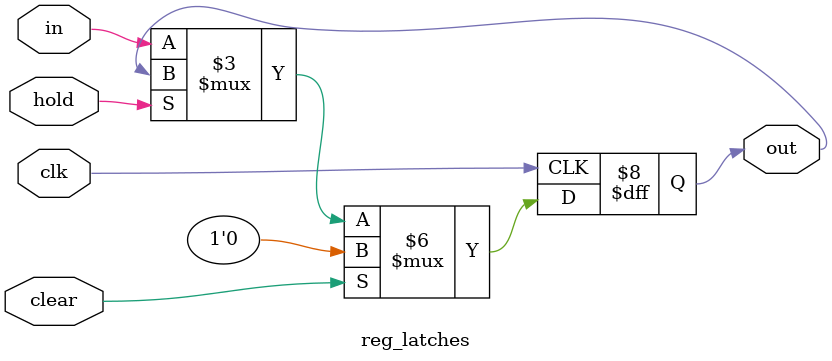
<source format=v>

`ifndef _reg_latches
`define _reg_latches
module reg_latches(
    input clk,
    input clear,
    input hold,
    input in,
    output out
    );
    // ¶àÉÙÎ» the number of bits
    parameter N = 1;
    
    wire [N-1:0] in;
    reg [N-1:0] out;
    
    always @(posedge clk) begin
        if(clear)
            out <= {N{1'b0}};
        else if (hold)
            out <= out;
        else
            out <= in;
    end
    
endmodule

`endif

</source>
